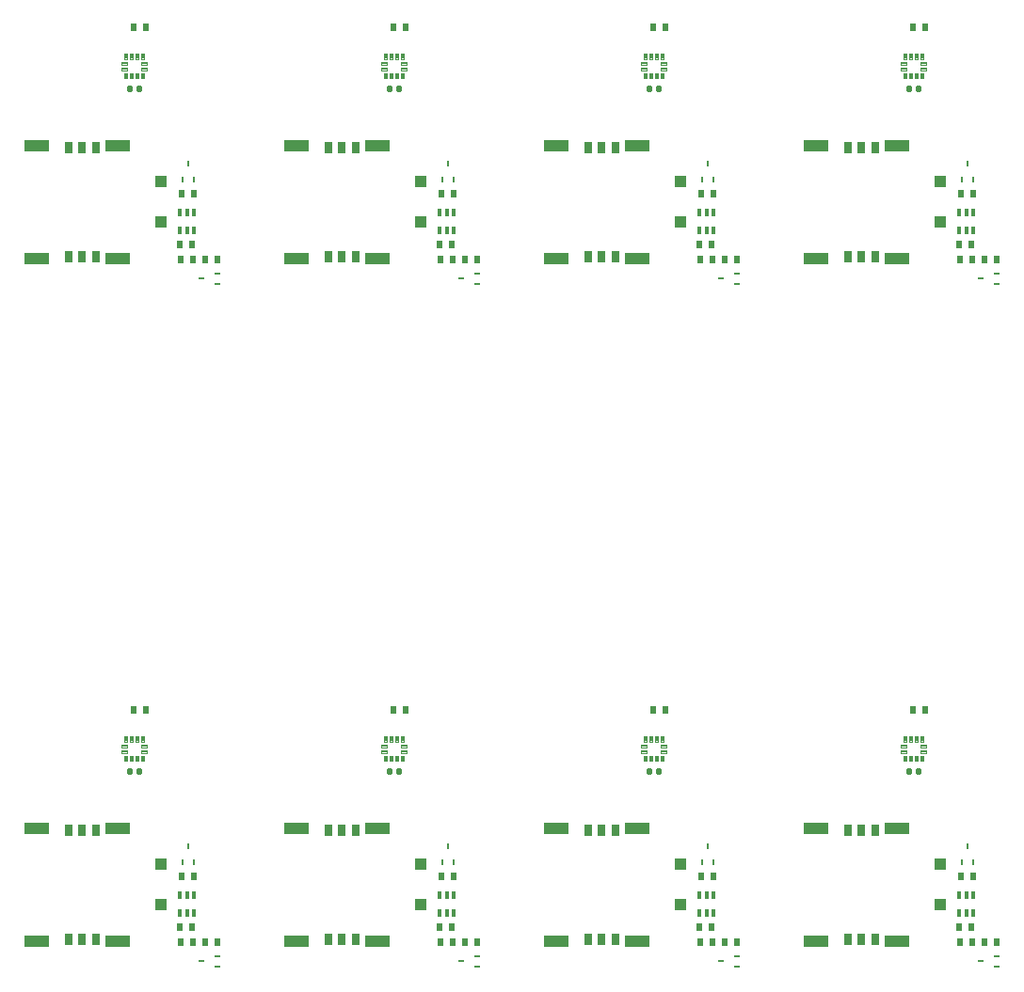
<source format=gbp>
G04 EAGLE Gerber RS-274X export*
G75*
%MOMM*%
%FSLAX34Y34*%
%LPD*%
%INSolderpaste Bottom*%
%IPPOS*%
%AMOC8*
5,1,8,0,0,1.08239X$1,22.5*%
G01*
%ADD10R,0.500000X0.700000*%
%ADD11R,0.254000X0.482600*%
%ADD12R,0.482600X0.254000*%
%ADD13R,0.300000X0.700000*%
%ADD14C,0.105000*%
%ADD15C,0.286200*%
%ADD16R,2.300000X1.000000*%
%ADD17R,0.800000X1.000000*%
%ADD18R,1.000000X1.100000*%


D10*
X156685Y89831D03*
X145685Y89831D03*
X156400Y103550D03*
X145400Y103550D03*
D11*
X157400Y161988D03*
X147400Y161988D03*
X152400Y176212D03*
D10*
X146600Y149500D03*
X157600Y149500D03*
D12*
X178912Y77900D03*
X178912Y67900D03*
X164688Y72900D03*
D13*
X158100Y116420D03*
X151600Y116420D03*
X145100Y116420D03*
X145100Y132420D03*
X151600Y132420D03*
X158100Y132420D03*
D10*
X168051Y89915D03*
X179051Y89915D03*
D14*
X100375Y270900D02*
X100375Y275600D01*
X102825Y275600D01*
X102825Y270900D01*
X100375Y270900D01*
X100375Y271897D02*
X102825Y271897D01*
X102825Y272894D02*
X100375Y272894D01*
X100375Y273891D02*
X102825Y273891D01*
X102825Y274888D02*
X100375Y274888D01*
X105375Y275600D02*
X105375Y270900D01*
X105375Y275600D02*
X107825Y275600D01*
X107825Y270900D01*
X105375Y270900D01*
X105375Y271897D02*
X107825Y271897D01*
X107825Y272894D02*
X105375Y272894D01*
X105375Y273891D02*
X107825Y273891D01*
X107825Y274888D02*
X105375Y274888D01*
X95375Y275600D02*
X95375Y270900D01*
X95375Y275600D02*
X97825Y275600D01*
X97825Y270900D01*
X95375Y270900D01*
X95375Y271897D02*
X97825Y271897D01*
X97825Y272894D02*
X95375Y272894D01*
X95375Y273891D02*
X97825Y273891D01*
X97825Y274888D02*
X95375Y274888D01*
X110375Y275600D02*
X110375Y270900D01*
X110375Y275600D02*
X112825Y275600D01*
X112825Y270900D01*
X110375Y270900D01*
X110375Y271897D02*
X112825Y271897D01*
X112825Y272894D02*
X110375Y272894D01*
X110375Y273891D02*
X112825Y273891D01*
X112825Y274888D02*
X110375Y274888D01*
X95375Y258100D02*
X95375Y253400D01*
X95375Y258100D02*
X97825Y258100D01*
X97825Y253400D01*
X95375Y253400D01*
X95375Y254397D02*
X97825Y254397D01*
X97825Y255394D02*
X95375Y255394D01*
X95375Y256391D02*
X97825Y256391D01*
X97825Y257388D02*
X95375Y257388D01*
X100375Y258100D02*
X100375Y253400D01*
X100375Y258100D02*
X102825Y258100D01*
X102825Y253400D01*
X100375Y253400D01*
X100375Y254397D02*
X102825Y254397D01*
X102825Y255394D02*
X100375Y255394D01*
X100375Y256391D02*
X102825Y256391D01*
X102825Y257388D02*
X100375Y257388D01*
X105375Y258100D02*
X105375Y253400D01*
X105375Y258100D02*
X107825Y258100D01*
X107825Y253400D01*
X105375Y253400D01*
X105375Y254397D02*
X107825Y254397D01*
X107825Y255394D02*
X105375Y255394D01*
X105375Y256391D02*
X107825Y256391D01*
X107825Y257388D02*
X105375Y257388D01*
X110375Y258100D02*
X110375Y253400D01*
X110375Y258100D02*
X112825Y258100D01*
X112825Y253400D01*
X110375Y253400D01*
X110375Y254397D02*
X112825Y254397D01*
X112825Y255394D02*
X110375Y255394D01*
X110375Y256391D02*
X112825Y256391D01*
X112825Y257388D02*
X110375Y257388D01*
X97700Y268225D02*
X93000Y268225D01*
X97700Y268225D02*
X97700Y265775D01*
X93000Y265775D01*
X93000Y268225D01*
X93000Y266772D02*
X97700Y266772D01*
X97700Y267769D02*
X93000Y267769D01*
X93000Y263225D02*
X97700Y263225D01*
X97700Y260775D01*
X93000Y260775D01*
X93000Y263225D01*
X93000Y261772D02*
X97700Y261772D01*
X97700Y262769D02*
X93000Y262769D01*
X110500Y263225D02*
X115200Y263225D01*
X115200Y260775D01*
X110500Y260775D01*
X110500Y263225D01*
X110500Y261772D02*
X115200Y261772D01*
X115200Y262769D02*
X110500Y262769D01*
X110500Y268225D02*
X115200Y268225D01*
X115200Y265775D01*
X110500Y265775D01*
X110500Y268225D01*
X110500Y266772D02*
X115200Y266772D01*
X115200Y267769D02*
X110500Y267769D01*
D15*
X98531Y246069D02*
X98531Y242931D01*
X98531Y246069D02*
X101069Y246069D01*
X101069Y242931D01*
X98531Y242931D01*
X98531Y245650D02*
X101069Y245650D01*
X107131Y246069D02*
X107131Y242931D01*
X107131Y246069D02*
X109669Y246069D01*
X109669Y242931D01*
X107131Y242931D01*
X107131Y245650D02*
X109669Y245650D01*
D10*
X103600Y299000D03*
X114600Y299000D03*
D16*
X16800Y91100D03*
X88800Y91100D03*
X88800Y193100D03*
X16800Y193100D03*
D17*
X45300Y93100D03*
X45300Y191100D03*
X57300Y191100D03*
X69300Y191100D03*
X57300Y93100D03*
X69300Y93100D03*
D18*
X128050Y123900D03*
X128050Y160300D03*
D10*
X390365Y89831D03*
X379365Y89831D03*
X390080Y103550D03*
X379080Y103550D03*
D11*
X391080Y161988D03*
X381080Y161988D03*
X386080Y176212D03*
D10*
X380280Y149500D03*
X391280Y149500D03*
D12*
X412592Y77900D03*
X412592Y67900D03*
X398368Y72900D03*
D13*
X391780Y116420D03*
X385280Y116420D03*
X378780Y116420D03*
X378780Y132420D03*
X385280Y132420D03*
X391780Y132420D03*
D10*
X401731Y89915D03*
X412731Y89915D03*
D14*
X334055Y270900D02*
X334055Y275600D01*
X336505Y275600D01*
X336505Y270900D01*
X334055Y270900D01*
X334055Y271897D02*
X336505Y271897D01*
X336505Y272894D02*
X334055Y272894D01*
X334055Y273891D02*
X336505Y273891D01*
X336505Y274888D02*
X334055Y274888D01*
X339055Y275600D02*
X339055Y270900D01*
X339055Y275600D02*
X341505Y275600D01*
X341505Y270900D01*
X339055Y270900D01*
X339055Y271897D02*
X341505Y271897D01*
X341505Y272894D02*
X339055Y272894D01*
X339055Y273891D02*
X341505Y273891D01*
X341505Y274888D02*
X339055Y274888D01*
X329055Y275600D02*
X329055Y270900D01*
X329055Y275600D02*
X331505Y275600D01*
X331505Y270900D01*
X329055Y270900D01*
X329055Y271897D02*
X331505Y271897D01*
X331505Y272894D02*
X329055Y272894D01*
X329055Y273891D02*
X331505Y273891D01*
X331505Y274888D02*
X329055Y274888D01*
X344055Y275600D02*
X344055Y270900D01*
X344055Y275600D02*
X346505Y275600D01*
X346505Y270900D01*
X344055Y270900D01*
X344055Y271897D02*
X346505Y271897D01*
X346505Y272894D02*
X344055Y272894D01*
X344055Y273891D02*
X346505Y273891D01*
X346505Y274888D02*
X344055Y274888D01*
X329055Y258100D02*
X329055Y253400D01*
X329055Y258100D02*
X331505Y258100D01*
X331505Y253400D01*
X329055Y253400D01*
X329055Y254397D02*
X331505Y254397D01*
X331505Y255394D02*
X329055Y255394D01*
X329055Y256391D02*
X331505Y256391D01*
X331505Y257388D02*
X329055Y257388D01*
X334055Y258100D02*
X334055Y253400D01*
X334055Y258100D02*
X336505Y258100D01*
X336505Y253400D01*
X334055Y253400D01*
X334055Y254397D02*
X336505Y254397D01*
X336505Y255394D02*
X334055Y255394D01*
X334055Y256391D02*
X336505Y256391D01*
X336505Y257388D02*
X334055Y257388D01*
X339055Y258100D02*
X339055Y253400D01*
X339055Y258100D02*
X341505Y258100D01*
X341505Y253400D01*
X339055Y253400D01*
X339055Y254397D02*
X341505Y254397D01*
X341505Y255394D02*
X339055Y255394D01*
X339055Y256391D02*
X341505Y256391D01*
X341505Y257388D02*
X339055Y257388D01*
X344055Y258100D02*
X344055Y253400D01*
X344055Y258100D02*
X346505Y258100D01*
X346505Y253400D01*
X344055Y253400D01*
X344055Y254397D02*
X346505Y254397D01*
X346505Y255394D02*
X344055Y255394D01*
X344055Y256391D02*
X346505Y256391D01*
X346505Y257388D02*
X344055Y257388D01*
X331380Y268225D02*
X326680Y268225D01*
X331380Y268225D02*
X331380Y265775D01*
X326680Y265775D01*
X326680Y268225D01*
X326680Y266772D02*
X331380Y266772D01*
X331380Y267769D02*
X326680Y267769D01*
X326680Y263225D02*
X331380Y263225D01*
X331380Y260775D01*
X326680Y260775D01*
X326680Y263225D01*
X326680Y261772D02*
X331380Y261772D01*
X331380Y262769D02*
X326680Y262769D01*
X344180Y263225D02*
X348880Y263225D01*
X348880Y260775D01*
X344180Y260775D01*
X344180Y263225D01*
X344180Y261772D02*
X348880Y261772D01*
X348880Y262769D02*
X344180Y262769D01*
X344180Y268225D02*
X348880Y268225D01*
X348880Y265775D01*
X344180Y265775D01*
X344180Y268225D01*
X344180Y266772D02*
X348880Y266772D01*
X348880Y267769D02*
X344180Y267769D01*
D15*
X332211Y246069D02*
X332211Y242931D01*
X332211Y246069D02*
X334749Y246069D01*
X334749Y242931D01*
X332211Y242931D01*
X332211Y245650D02*
X334749Y245650D01*
X340811Y246069D02*
X340811Y242931D01*
X340811Y246069D02*
X343349Y246069D01*
X343349Y242931D01*
X340811Y242931D01*
X340811Y245650D02*
X343349Y245650D01*
D10*
X337280Y299000D03*
X348280Y299000D03*
D16*
X250480Y91100D03*
X322480Y91100D03*
X322480Y193100D03*
X250480Y193100D03*
D17*
X278980Y93100D03*
X278980Y191100D03*
X290980Y191100D03*
X302980Y191100D03*
X290980Y93100D03*
X302980Y93100D03*
D18*
X361730Y123900D03*
X361730Y160300D03*
D10*
X624045Y89831D03*
X613045Y89831D03*
X623760Y103550D03*
X612760Y103550D03*
D11*
X624760Y161988D03*
X614760Y161988D03*
X619760Y176212D03*
D10*
X613960Y149500D03*
X624960Y149500D03*
D12*
X646272Y77900D03*
X646272Y67900D03*
X632048Y72900D03*
D13*
X625460Y116420D03*
X618960Y116420D03*
X612460Y116420D03*
X612460Y132420D03*
X618960Y132420D03*
X625460Y132420D03*
D10*
X635411Y89915D03*
X646411Y89915D03*
D14*
X567735Y270900D02*
X567735Y275600D01*
X570185Y275600D01*
X570185Y270900D01*
X567735Y270900D01*
X567735Y271897D02*
X570185Y271897D01*
X570185Y272894D02*
X567735Y272894D01*
X567735Y273891D02*
X570185Y273891D01*
X570185Y274888D02*
X567735Y274888D01*
X572735Y275600D02*
X572735Y270900D01*
X572735Y275600D02*
X575185Y275600D01*
X575185Y270900D01*
X572735Y270900D01*
X572735Y271897D02*
X575185Y271897D01*
X575185Y272894D02*
X572735Y272894D01*
X572735Y273891D02*
X575185Y273891D01*
X575185Y274888D02*
X572735Y274888D01*
X562735Y275600D02*
X562735Y270900D01*
X562735Y275600D02*
X565185Y275600D01*
X565185Y270900D01*
X562735Y270900D01*
X562735Y271897D02*
X565185Y271897D01*
X565185Y272894D02*
X562735Y272894D01*
X562735Y273891D02*
X565185Y273891D01*
X565185Y274888D02*
X562735Y274888D01*
X577735Y275600D02*
X577735Y270900D01*
X577735Y275600D02*
X580185Y275600D01*
X580185Y270900D01*
X577735Y270900D01*
X577735Y271897D02*
X580185Y271897D01*
X580185Y272894D02*
X577735Y272894D01*
X577735Y273891D02*
X580185Y273891D01*
X580185Y274888D02*
X577735Y274888D01*
X562735Y258100D02*
X562735Y253400D01*
X562735Y258100D02*
X565185Y258100D01*
X565185Y253400D01*
X562735Y253400D01*
X562735Y254397D02*
X565185Y254397D01*
X565185Y255394D02*
X562735Y255394D01*
X562735Y256391D02*
X565185Y256391D01*
X565185Y257388D02*
X562735Y257388D01*
X567735Y258100D02*
X567735Y253400D01*
X567735Y258100D02*
X570185Y258100D01*
X570185Y253400D01*
X567735Y253400D01*
X567735Y254397D02*
X570185Y254397D01*
X570185Y255394D02*
X567735Y255394D01*
X567735Y256391D02*
X570185Y256391D01*
X570185Y257388D02*
X567735Y257388D01*
X572735Y258100D02*
X572735Y253400D01*
X572735Y258100D02*
X575185Y258100D01*
X575185Y253400D01*
X572735Y253400D01*
X572735Y254397D02*
X575185Y254397D01*
X575185Y255394D02*
X572735Y255394D01*
X572735Y256391D02*
X575185Y256391D01*
X575185Y257388D02*
X572735Y257388D01*
X577735Y258100D02*
X577735Y253400D01*
X577735Y258100D02*
X580185Y258100D01*
X580185Y253400D01*
X577735Y253400D01*
X577735Y254397D02*
X580185Y254397D01*
X580185Y255394D02*
X577735Y255394D01*
X577735Y256391D02*
X580185Y256391D01*
X580185Y257388D02*
X577735Y257388D01*
X565060Y268225D02*
X560360Y268225D01*
X565060Y268225D02*
X565060Y265775D01*
X560360Y265775D01*
X560360Y268225D01*
X560360Y266772D02*
X565060Y266772D01*
X565060Y267769D02*
X560360Y267769D01*
X560360Y263225D02*
X565060Y263225D01*
X565060Y260775D01*
X560360Y260775D01*
X560360Y263225D01*
X560360Y261772D02*
X565060Y261772D01*
X565060Y262769D02*
X560360Y262769D01*
X577860Y263225D02*
X582560Y263225D01*
X582560Y260775D01*
X577860Y260775D01*
X577860Y263225D01*
X577860Y261772D02*
X582560Y261772D01*
X582560Y262769D02*
X577860Y262769D01*
X577860Y268225D02*
X582560Y268225D01*
X582560Y265775D01*
X577860Y265775D01*
X577860Y268225D01*
X577860Y266772D02*
X582560Y266772D01*
X582560Y267769D02*
X577860Y267769D01*
D15*
X565891Y246069D02*
X565891Y242931D01*
X565891Y246069D02*
X568429Y246069D01*
X568429Y242931D01*
X565891Y242931D01*
X565891Y245650D02*
X568429Y245650D01*
X574491Y246069D02*
X574491Y242931D01*
X574491Y246069D02*
X577029Y246069D01*
X577029Y242931D01*
X574491Y242931D01*
X574491Y245650D02*
X577029Y245650D01*
D10*
X570960Y299000D03*
X581960Y299000D03*
D16*
X484160Y91100D03*
X556160Y91100D03*
X556160Y193100D03*
X484160Y193100D03*
D17*
X512660Y93100D03*
X512660Y191100D03*
X524660Y191100D03*
X536660Y191100D03*
X524660Y93100D03*
X536660Y93100D03*
D18*
X595410Y123900D03*
X595410Y160300D03*
D10*
X857725Y89831D03*
X846725Y89831D03*
X857440Y103550D03*
X846440Y103550D03*
D11*
X858440Y161988D03*
X848440Y161988D03*
X853440Y176212D03*
D10*
X847640Y149500D03*
X858640Y149500D03*
D12*
X879952Y77900D03*
X879952Y67900D03*
X865728Y72900D03*
D13*
X859140Y116420D03*
X852640Y116420D03*
X846140Y116420D03*
X846140Y132420D03*
X852640Y132420D03*
X859140Y132420D03*
D10*
X869091Y89915D03*
X880091Y89915D03*
D14*
X801415Y270900D02*
X801415Y275600D01*
X803865Y275600D01*
X803865Y270900D01*
X801415Y270900D01*
X801415Y271897D02*
X803865Y271897D01*
X803865Y272894D02*
X801415Y272894D01*
X801415Y273891D02*
X803865Y273891D01*
X803865Y274888D02*
X801415Y274888D01*
X806415Y275600D02*
X806415Y270900D01*
X806415Y275600D02*
X808865Y275600D01*
X808865Y270900D01*
X806415Y270900D01*
X806415Y271897D02*
X808865Y271897D01*
X808865Y272894D02*
X806415Y272894D01*
X806415Y273891D02*
X808865Y273891D01*
X808865Y274888D02*
X806415Y274888D01*
X796415Y275600D02*
X796415Y270900D01*
X796415Y275600D02*
X798865Y275600D01*
X798865Y270900D01*
X796415Y270900D01*
X796415Y271897D02*
X798865Y271897D01*
X798865Y272894D02*
X796415Y272894D01*
X796415Y273891D02*
X798865Y273891D01*
X798865Y274888D02*
X796415Y274888D01*
X811415Y275600D02*
X811415Y270900D01*
X811415Y275600D02*
X813865Y275600D01*
X813865Y270900D01*
X811415Y270900D01*
X811415Y271897D02*
X813865Y271897D01*
X813865Y272894D02*
X811415Y272894D01*
X811415Y273891D02*
X813865Y273891D01*
X813865Y274888D02*
X811415Y274888D01*
X796415Y258100D02*
X796415Y253400D01*
X796415Y258100D02*
X798865Y258100D01*
X798865Y253400D01*
X796415Y253400D01*
X796415Y254397D02*
X798865Y254397D01*
X798865Y255394D02*
X796415Y255394D01*
X796415Y256391D02*
X798865Y256391D01*
X798865Y257388D02*
X796415Y257388D01*
X801415Y258100D02*
X801415Y253400D01*
X801415Y258100D02*
X803865Y258100D01*
X803865Y253400D01*
X801415Y253400D01*
X801415Y254397D02*
X803865Y254397D01*
X803865Y255394D02*
X801415Y255394D01*
X801415Y256391D02*
X803865Y256391D01*
X803865Y257388D02*
X801415Y257388D01*
X806415Y258100D02*
X806415Y253400D01*
X806415Y258100D02*
X808865Y258100D01*
X808865Y253400D01*
X806415Y253400D01*
X806415Y254397D02*
X808865Y254397D01*
X808865Y255394D02*
X806415Y255394D01*
X806415Y256391D02*
X808865Y256391D01*
X808865Y257388D02*
X806415Y257388D01*
X811415Y258100D02*
X811415Y253400D01*
X811415Y258100D02*
X813865Y258100D01*
X813865Y253400D01*
X811415Y253400D01*
X811415Y254397D02*
X813865Y254397D01*
X813865Y255394D02*
X811415Y255394D01*
X811415Y256391D02*
X813865Y256391D01*
X813865Y257388D02*
X811415Y257388D01*
X798740Y268225D02*
X794040Y268225D01*
X798740Y268225D02*
X798740Y265775D01*
X794040Y265775D01*
X794040Y268225D01*
X794040Y266772D02*
X798740Y266772D01*
X798740Y267769D02*
X794040Y267769D01*
X794040Y263225D02*
X798740Y263225D01*
X798740Y260775D01*
X794040Y260775D01*
X794040Y263225D01*
X794040Y261772D02*
X798740Y261772D01*
X798740Y262769D02*
X794040Y262769D01*
X811540Y263225D02*
X816240Y263225D01*
X816240Y260775D01*
X811540Y260775D01*
X811540Y263225D01*
X811540Y261772D02*
X816240Y261772D01*
X816240Y262769D02*
X811540Y262769D01*
X811540Y268225D02*
X816240Y268225D01*
X816240Y265775D01*
X811540Y265775D01*
X811540Y268225D01*
X811540Y266772D02*
X816240Y266772D01*
X816240Y267769D02*
X811540Y267769D01*
D15*
X799571Y246069D02*
X799571Y242931D01*
X799571Y246069D02*
X802109Y246069D01*
X802109Y242931D01*
X799571Y242931D01*
X799571Y245650D02*
X802109Y245650D01*
X808171Y246069D02*
X808171Y242931D01*
X808171Y246069D02*
X810709Y246069D01*
X810709Y242931D01*
X808171Y242931D01*
X808171Y245650D02*
X810709Y245650D01*
D10*
X804640Y299000D03*
X815640Y299000D03*
D16*
X717840Y91100D03*
X789840Y91100D03*
X789840Y193100D03*
X717840Y193100D03*
D17*
X746340Y93100D03*
X746340Y191100D03*
X758340Y191100D03*
X770340Y191100D03*
X758340Y93100D03*
X770340Y93100D03*
D18*
X829090Y123900D03*
X829090Y160300D03*
D10*
X156685Y704511D03*
X145685Y704511D03*
X156400Y718230D03*
X145400Y718230D03*
D11*
X157400Y776668D03*
X147400Y776668D03*
X152400Y790892D03*
D10*
X146600Y764180D03*
X157600Y764180D03*
D12*
X178912Y692580D03*
X178912Y682580D03*
X164688Y687580D03*
D13*
X158100Y731100D03*
X151600Y731100D03*
X145100Y731100D03*
X145100Y747100D03*
X151600Y747100D03*
X158100Y747100D03*
D10*
X168051Y704595D03*
X179051Y704595D03*
D14*
X100375Y885580D02*
X100375Y890280D01*
X102825Y890280D01*
X102825Y885580D01*
X100375Y885580D01*
X100375Y886577D02*
X102825Y886577D01*
X102825Y887574D02*
X100375Y887574D01*
X100375Y888571D02*
X102825Y888571D01*
X102825Y889568D02*
X100375Y889568D01*
X105375Y890280D02*
X105375Y885580D01*
X105375Y890280D02*
X107825Y890280D01*
X107825Y885580D01*
X105375Y885580D01*
X105375Y886577D02*
X107825Y886577D01*
X107825Y887574D02*
X105375Y887574D01*
X105375Y888571D02*
X107825Y888571D01*
X107825Y889568D02*
X105375Y889568D01*
X95375Y890280D02*
X95375Y885580D01*
X95375Y890280D02*
X97825Y890280D01*
X97825Y885580D01*
X95375Y885580D01*
X95375Y886577D02*
X97825Y886577D01*
X97825Y887574D02*
X95375Y887574D01*
X95375Y888571D02*
X97825Y888571D01*
X97825Y889568D02*
X95375Y889568D01*
X110375Y890280D02*
X110375Y885580D01*
X110375Y890280D02*
X112825Y890280D01*
X112825Y885580D01*
X110375Y885580D01*
X110375Y886577D02*
X112825Y886577D01*
X112825Y887574D02*
X110375Y887574D01*
X110375Y888571D02*
X112825Y888571D01*
X112825Y889568D02*
X110375Y889568D01*
X95375Y872780D02*
X95375Y868080D01*
X95375Y872780D02*
X97825Y872780D01*
X97825Y868080D01*
X95375Y868080D01*
X95375Y869077D02*
X97825Y869077D01*
X97825Y870074D02*
X95375Y870074D01*
X95375Y871071D02*
X97825Y871071D01*
X97825Y872068D02*
X95375Y872068D01*
X100375Y872780D02*
X100375Y868080D01*
X100375Y872780D02*
X102825Y872780D01*
X102825Y868080D01*
X100375Y868080D01*
X100375Y869077D02*
X102825Y869077D01*
X102825Y870074D02*
X100375Y870074D01*
X100375Y871071D02*
X102825Y871071D01*
X102825Y872068D02*
X100375Y872068D01*
X105375Y872780D02*
X105375Y868080D01*
X105375Y872780D02*
X107825Y872780D01*
X107825Y868080D01*
X105375Y868080D01*
X105375Y869077D02*
X107825Y869077D01*
X107825Y870074D02*
X105375Y870074D01*
X105375Y871071D02*
X107825Y871071D01*
X107825Y872068D02*
X105375Y872068D01*
X110375Y872780D02*
X110375Y868080D01*
X110375Y872780D02*
X112825Y872780D01*
X112825Y868080D01*
X110375Y868080D01*
X110375Y869077D02*
X112825Y869077D01*
X112825Y870074D02*
X110375Y870074D01*
X110375Y871071D02*
X112825Y871071D01*
X112825Y872068D02*
X110375Y872068D01*
X97700Y882905D02*
X93000Y882905D01*
X97700Y882905D02*
X97700Y880455D01*
X93000Y880455D01*
X93000Y882905D01*
X93000Y881452D02*
X97700Y881452D01*
X97700Y882449D02*
X93000Y882449D01*
X93000Y877905D02*
X97700Y877905D01*
X97700Y875455D01*
X93000Y875455D01*
X93000Y877905D01*
X93000Y876452D02*
X97700Y876452D01*
X97700Y877449D02*
X93000Y877449D01*
X110500Y877905D02*
X115200Y877905D01*
X115200Y875455D01*
X110500Y875455D01*
X110500Y877905D01*
X110500Y876452D02*
X115200Y876452D01*
X115200Y877449D02*
X110500Y877449D01*
X110500Y882905D02*
X115200Y882905D01*
X115200Y880455D01*
X110500Y880455D01*
X110500Y882905D01*
X110500Y881452D02*
X115200Y881452D01*
X115200Y882449D02*
X110500Y882449D01*
D15*
X98531Y860749D02*
X98531Y857611D01*
X98531Y860749D02*
X101069Y860749D01*
X101069Y857611D01*
X98531Y857611D01*
X98531Y860330D02*
X101069Y860330D01*
X107131Y860749D02*
X107131Y857611D01*
X107131Y860749D02*
X109669Y860749D01*
X109669Y857611D01*
X107131Y857611D01*
X107131Y860330D02*
X109669Y860330D01*
D10*
X103600Y913680D03*
X114600Y913680D03*
D16*
X16800Y705780D03*
X88800Y705780D03*
X88800Y807780D03*
X16800Y807780D03*
D17*
X45300Y707780D03*
X45300Y805780D03*
X57300Y805780D03*
X69300Y805780D03*
X57300Y707780D03*
X69300Y707780D03*
D18*
X128050Y738580D03*
X128050Y774980D03*
D10*
X390365Y704511D03*
X379365Y704511D03*
X390080Y718230D03*
X379080Y718230D03*
D11*
X391080Y776668D03*
X381080Y776668D03*
X386080Y790892D03*
D10*
X380280Y764180D03*
X391280Y764180D03*
D12*
X412592Y692580D03*
X412592Y682580D03*
X398368Y687580D03*
D13*
X391780Y731100D03*
X385280Y731100D03*
X378780Y731100D03*
X378780Y747100D03*
X385280Y747100D03*
X391780Y747100D03*
D10*
X401731Y704595D03*
X412731Y704595D03*
D14*
X334055Y885580D02*
X334055Y890280D01*
X336505Y890280D01*
X336505Y885580D01*
X334055Y885580D01*
X334055Y886577D02*
X336505Y886577D01*
X336505Y887574D02*
X334055Y887574D01*
X334055Y888571D02*
X336505Y888571D01*
X336505Y889568D02*
X334055Y889568D01*
X339055Y890280D02*
X339055Y885580D01*
X339055Y890280D02*
X341505Y890280D01*
X341505Y885580D01*
X339055Y885580D01*
X339055Y886577D02*
X341505Y886577D01*
X341505Y887574D02*
X339055Y887574D01*
X339055Y888571D02*
X341505Y888571D01*
X341505Y889568D02*
X339055Y889568D01*
X329055Y890280D02*
X329055Y885580D01*
X329055Y890280D02*
X331505Y890280D01*
X331505Y885580D01*
X329055Y885580D01*
X329055Y886577D02*
X331505Y886577D01*
X331505Y887574D02*
X329055Y887574D01*
X329055Y888571D02*
X331505Y888571D01*
X331505Y889568D02*
X329055Y889568D01*
X344055Y890280D02*
X344055Y885580D01*
X344055Y890280D02*
X346505Y890280D01*
X346505Y885580D01*
X344055Y885580D01*
X344055Y886577D02*
X346505Y886577D01*
X346505Y887574D02*
X344055Y887574D01*
X344055Y888571D02*
X346505Y888571D01*
X346505Y889568D02*
X344055Y889568D01*
X329055Y872780D02*
X329055Y868080D01*
X329055Y872780D02*
X331505Y872780D01*
X331505Y868080D01*
X329055Y868080D01*
X329055Y869077D02*
X331505Y869077D01*
X331505Y870074D02*
X329055Y870074D01*
X329055Y871071D02*
X331505Y871071D01*
X331505Y872068D02*
X329055Y872068D01*
X334055Y872780D02*
X334055Y868080D01*
X334055Y872780D02*
X336505Y872780D01*
X336505Y868080D01*
X334055Y868080D01*
X334055Y869077D02*
X336505Y869077D01*
X336505Y870074D02*
X334055Y870074D01*
X334055Y871071D02*
X336505Y871071D01*
X336505Y872068D02*
X334055Y872068D01*
X339055Y872780D02*
X339055Y868080D01*
X339055Y872780D02*
X341505Y872780D01*
X341505Y868080D01*
X339055Y868080D01*
X339055Y869077D02*
X341505Y869077D01*
X341505Y870074D02*
X339055Y870074D01*
X339055Y871071D02*
X341505Y871071D01*
X341505Y872068D02*
X339055Y872068D01*
X344055Y872780D02*
X344055Y868080D01*
X344055Y872780D02*
X346505Y872780D01*
X346505Y868080D01*
X344055Y868080D01*
X344055Y869077D02*
X346505Y869077D01*
X346505Y870074D02*
X344055Y870074D01*
X344055Y871071D02*
X346505Y871071D01*
X346505Y872068D02*
X344055Y872068D01*
X331380Y882905D02*
X326680Y882905D01*
X331380Y882905D02*
X331380Y880455D01*
X326680Y880455D01*
X326680Y882905D01*
X326680Y881452D02*
X331380Y881452D01*
X331380Y882449D02*
X326680Y882449D01*
X326680Y877905D02*
X331380Y877905D01*
X331380Y875455D01*
X326680Y875455D01*
X326680Y877905D01*
X326680Y876452D02*
X331380Y876452D01*
X331380Y877449D02*
X326680Y877449D01*
X344180Y877905D02*
X348880Y877905D01*
X348880Y875455D01*
X344180Y875455D01*
X344180Y877905D01*
X344180Y876452D02*
X348880Y876452D01*
X348880Y877449D02*
X344180Y877449D01*
X344180Y882905D02*
X348880Y882905D01*
X348880Y880455D01*
X344180Y880455D01*
X344180Y882905D01*
X344180Y881452D02*
X348880Y881452D01*
X348880Y882449D02*
X344180Y882449D01*
D15*
X332211Y860749D02*
X332211Y857611D01*
X332211Y860749D02*
X334749Y860749D01*
X334749Y857611D01*
X332211Y857611D01*
X332211Y860330D02*
X334749Y860330D01*
X340811Y860749D02*
X340811Y857611D01*
X340811Y860749D02*
X343349Y860749D01*
X343349Y857611D01*
X340811Y857611D01*
X340811Y860330D02*
X343349Y860330D01*
D10*
X337280Y913680D03*
X348280Y913680D03*
D16*
X250480Y705780D03*
X322480Y705780D03*
X322480Y807780D03*
X250480Y807780D03*
D17*
X278980Y707780D03*
X278980Y805780D03*
X290980Y805780D03*
X302980Y805780D03*
X290980Y707780D03*
X302980Y707780D03*
D18*
X361730Y738580D03*
X361730Y774980D03*
D10*
X624045Y704511D03*
X613045Y704511D03*
X623760Y718230D03*
X612760Y718230D03*
D11*
X624760Y776668D03*
X614760Y776668D03*
X619760Y790892D03*
D10*
X613960Y764180D03*
X624960Y764180D03*
D12*
X646272Y692580D03*
X646272Y682580D03*
X632048Y687580D03*
D13*
X625460Y731100D03*
X618960Y731100D03*
X612460Y731100D03*
X612460Y747100D03*
X618960Y747100D03*
X625460Y747100D03*
D10*
X635411Y704595D03*
X646411Y704595D03*
D14*
X567735Y885580D02*
X567735Y890280D01*
X570185Y890280D01*
X570185Y885580D01*
X567735Y885580D01*
X567735Y886577D02*
X570185Y886577D01*
X570185Y887574D02*
X567735Y887574D01*
X567735Y888571D02*
X570185Y888571D01*
X570185Y889568D02*
X567735Y889568D01*
X572735Y890280D02*
X572735Y885580D01*
X572735Y890280D02*
X575185Y890280D01*
X575185Y885580D01*
X572735Y885580D01*
X572735Y886577D02*
X575185Y886577D01*
X575185Y887574D02*
X572735Y887574D01*
X572735Y888571D02*
X575185Y888571D01*
X575185Y889568D02*
X572735Y889568D01*
X562735Y890280D02*
X562735Y885580D01*
X562735Y890280D02*
X565185Y890280D01*
X565185Y885580D01*
X562735Y885580D01*
X562735Y886577D02*
X565185Y886577D01*
X565185Y887574D02*
X562735Y887574D01*
X562735Y888571D02*
X565185Y888571D01*
X565185Y889568D02*
X562735Y889568D01*
X577735Y890280D02*
X577735Y885580D01*
X577735Y890280D02*
X580185Y890280D01*
X580185Y885580D01*
X577735Y885580D01*
X577735Y886577D02*
X580185Y886577D01*
X580185Y887574D02*
X577735Y887574D01*
X577735Y888571D02*
X580185Y888571D01*
X580185Y889568D02*
X577735Y889568D01*
X562735Y872780D02*
X562735Y868080D01*
X562735Y872780D02*
X565185Y872780D01*
X565185Y868080D01*
X562735Y868080D01*
X562735Y869077D02*
X565185Y869077D01*
X565185Y870074D02*
X562735Y870074D01*
X562735Y871071D02*
X565185Y871071D01*
X565185Y872068D02*
X562735Y872068D01*
X567735Y872780D02*
X567735Y868080D01*
X567735Y872780D02*
X570185Y872780D01*
X570185Y868080D01*
X567735Y868080D01*
X567735Y869077D02*
X570185Y869077D01*
X570185Y870074D02*
X567735Y870074D01*
X567735Y871071D02*
X570185Y871071D01*
X570185Y872068D02*
X567735Y872068D01*
X572735Y872780D02*
X572735Y868080D01*
X572735Y872780D02*
X575185Y872780D01*
X575185Y868080D01*
X572735Y868080D01*
X572735Y869077D02*
X575185Y869077D01*
X575185Y870074D02*
X572735Y870074D01*
X572735Y871071D02*
X575185Y871071D01*
X575185Y872068D02*
X572735Y872068D01*
X577735Y872780D02*
X577735Y868080D01*
X577735Y872780D02*
X580185Y872780D01*
X580185Y868080D01*
X577735Y868080D01*
X577735Y869077D02*
X580185Y869077D01*
X580185Y870074D02*
X577735Y870074D01*
X577735Y871071D02*
X580185Y871071D01*
X580185Y872068D02*
X577735Y872068D01*
X565060Y882905D02*
X560360Y882905D01*
X565060Y882905D02*
X565060Y880455D01*
X560360Y880455D01*
X560360Y882905D01*
X560360Y881452D02*
X565060Y881452D01*
X565060Y882449D02*
X560360Y882449D01*
X560360Y877905D02*
X565060Y877905D01*
X565060Y875455D01*
X560360Y875455D01*
X560360Y877905D01*
X560360Y876452D02*
X565060Y876452D01*
X565060Y877449D02*
X560360Y877449D01*
X577860Y877905D02*
X582560Y877905D01*
X582560Y875455D01*
X577860Y875455D01*
X577860Y877905D01*
X577860Y876452D02*
X582560Y876452D01*
X582560Y877449D02*
X577860Y877449D01*
X577860Y882905D02*
X582560Y882905D01*
X582560Y880455D01*
X577860Y880455D01*
X577860Y882905D01*
X577860Y881452D02*
X582560Y881452D01*
X582560Y882449D02*
X577860Y882449D01*
D15*
X565891Y860749D02*
X565891Y857611D01*
X565891Y860749D02*
X568429Y860749D01*
X568429Y857611D01*
X565891Y857611D01*
X565891Y860330D02*
X568429Y860330D01*
X574491Y860749D02*
X574491Y857611D01*
X574491Y860749D02*
X577029Y860749D01*
X577029Y857611D01*
X574491Y857611D01*
X574491Y860330D02*
X577029Y860330D01*
D10*
X570960Y913680D03*
X581960Y913680D03*
D16*
X484160Y705780D03*
X556160Y705780D03*
X556160Y807780D03*
X484160Y807780D03*
D17*
X512660Y707780D03*
X512660Y805780D03*
X524660Y805780D03*
X536660Y805780D03*
X524660Y707780D03*
X536660Y707780D03*
D18*
X595410Y738580D03*
X595410Y774980D03*
D10*
X857725Y704511D03*
X846725Y704511D03*
X857440Y718230D03*
X846440Y718230D03*
D11*
X858440Y776668D03*
X848440Y776668D03*
X853440Y790892D03*
D10*
X847640Y764180D03*
X858640Y764180D03*
D12*
X879952Y692580D03*
X879952Y682580D03*
X865728Y687580D03*
D13*
X859140Y731100D03*
X852640Y731100D03*
X846140Y731100D03*
X846140Y747100D03*
X852640Y747100D03*
X859140Y747100D03*
D10*
X869091Y704595D03*
X880091Y704595D03*
D14*
X801415Y885580D02*
X801415Y890280D01*
X803865Y890280D01*
X803865Y885580D01*
X801415Y885580D01*
X801415Y886577D02*
X803865Y886577D01*
X803865Y887574D02*
X801415Y887574D01*
X801415Y888571D02*
X803865Y888571D01*
X803865Y889568D02*
X801415Y889568D01*
X806415Y890280D02*
X806415Y885580D01*
X806415Y890280D02*
X808865Y890280D01*
X808865Y885580D01*
X806415Y885580D01*
X806415Y886577D02*
X808865Y886577D01*
X808865Y887574D02*
X806415Y887574D01*
X806415Y888571D02*
X808865Y888571D01*
X808865Y889568D02*
X806415Y889568D01*
X796415Y890280D02*
X796415Y885580D01*
X796415Y890280D02*
X798865Y890280D01*
X798865Y885580D01*
X796415Y885580D01*
X796415Y886577D02*
X798865Y886577D01*
X798865Y887574D02*
X796415Y887574D01*
X796415Y888571D02*
X798865Y888571D01*
X798865Y889568D02*
X796415Y889568D01*
X811415Y890280D02*
X811415Y885580D01*
X811415Y890280D02*
X813865Y890280D01*
X813865Y885580D01*
X811415Y885580D01*
X811415Y886577D02*
X813865Y886577D01*
X813865Y887574D02*
X811415Y887574D01*
X811415Y888571D02*
X813865Y888571D01*
X813865Y889568D02*
X811415Y889568D01*
X796415Y872780D02*
X796415Y868080D01*
X796415Y872780D02*
X798865Y872780D01*
X798865Y868080D01*
X796415Y868080D01*
X796415Y869077D02*
X798865Y869077D01*
X798865Y870074D02*
X796415Y870074D01*
X796415Y871071D02*
X798865Y871071D01*
X798865Y872068D02*
X796415Y872068D01*
X801415Y872780D02*
X801415Y868080D01*
X801415Y872780D02*
X803865Y872780D01*
X803865Y868080D01*
X801415Y868080D01*
X801415Y869077D02*
X803865Y869077D01*
X803865Y870074D02*
X801415Y870074D01*
X801415Y871071D02*
X803865Y871071D01*
X803865Y872068D02*
X801415Y872068D01*
X806415Y872780D02*
X806415Y868080D01*
X806415Y872780D02*
X808865Y872780D01*
X808865Y868080D01*
X806415Y868080D01*
X806415Y869077D02*
X808865Y869077D01*
X808865Y870074D02*
X806415Y870074D01*
X806415Y871071D02*
X808865Y871071D01*
X808865Y872068D02*
X806415Y872068D01*
X811415Y872780D02*
X811415Y868080D01*
X811415Y872780D02*
X813865Y872780D01*
X813865Y868080D01*
X811415Y868080D01*
X811415Y869077D02*
X813865Y869077D01*
X813865Y870074D02*
X811415Y870074D01*
X811415Y871071D02*
X813865Y871071D01*
X813865Y872068D02*
X811415Y872068D01*
X798740Y882905D02*
X794040Y882905D01*
X798740Y882905D02*
X798740Y880455D01*
X794040Y880455D01*
X794040Y882905D01*
X794040Y881452D02*
X798740Y881452D01*
X798740Y882449D02*
X794040Y882449D01*
X794040Y877905D02*
X798740Y877905D01*
X798740Y875455D01*
X794040Y875455D01*
X794040Y877905D01*
X794040Y876452D02*
X798740Y876452D01*
X798740Y877449D02*
X794040Y877449D01*
X811540Y877905D02*
X816240Y877905D01*
X816240Y875455D01*
X811540Y875455D01*
X811540Y877905D01*
X811540Y876452D02*
X816240Y876452D01*
X816240Y877449D02*
X811540Y877449D01*
X811540Y882905D02*
X816240Y882905D01*
X816240Y880455D01*
X811540Y880455D01*
X811540Y882905D01*
X811540Y881452D02*
X816240Y881452D01*
X816240Y882449D02*
X811540Y882449D01*
D15*
X799571Y860749D02*
X799571Y857611D01*
X799571Y860749D02*
X802109Y860749D01*
X802109Y857611D01*
X799571Y857611D01*
X799571Y860330D02*
X802109Y860330D01*
X808171Y860749D02*
X808171Y857611D01*
X808171Y860749D02*
X810709Y860749D01*
X810709Y857611D01*
X808171Y857611D01*
X808171Y860330D02*
X810709Y860330D01*
D10*
X804640Y913680D03*
X815640Y913680D03*
D16*
X717840Y705780D03*
X789840Y705780D03*
X789840Y807780D03*
X717840Y807780D03*
D17*
X746340Y707780D03*
X746340Y805780D03*
X758340Y805780D03*
X770340Y805780D03*
X758340Y707780D03*
X770340Y707780D03*
D18*
X829090Y738580D03*
X829090Y774980D03*
M02*

</source>
